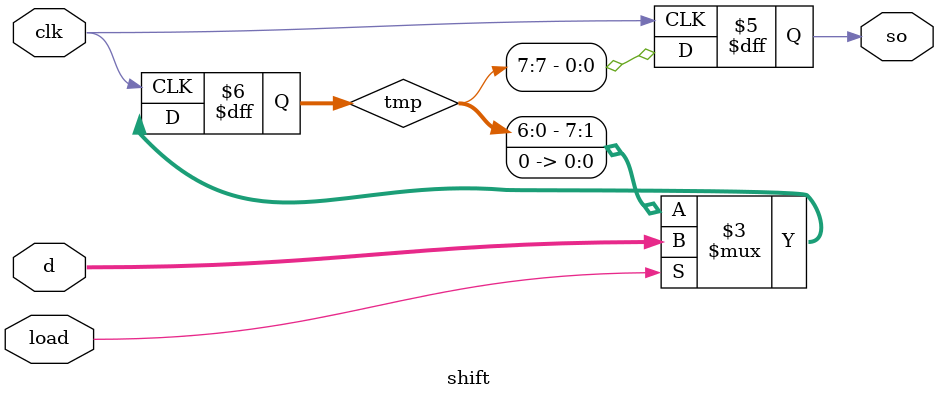
<source format=v>

module SPI(
input			clk,
output	reg		s_clk,
output	reg		ss,
output			MOSI,
input			Data_rdy,
input	[7:0]	d,
output	reg		int
);

reg	[3:0]	count;
reg			load;
reg			ena;

shift U1(
		.d(d),
		.so(MOSI),
		.load(load),
		.clk(clk)
);
parameter	s_idle		= 0,
			s_ss_to_on	= 1,
			s_shifting	= 2,
			s_ss_to_off	= 3;

reg	[1:0]	state;
always@ (posedge clk)
begin
	case(state)
		s_idle:
			begin
				count	= 4'h0;
				if(Data_rdy)
					state = s_ss_to_on;
				else
					state = state;
			end
		s_ss_to_on:
			begin
				count	= 4'h0;
				state = s_shifting;
			end
		s_shifting:
			begin
				if(count[3])
					state = s_ss_to_off;
				else
					state = state;
				count	= count + 1;
			end
		s_ss_to_off:
			begin
				state = s_idle;
				count	= 4'h0;
			end
		default:
			begin
				state = s_idle;
				count	= 4'h0;
			end
	endcase
end

always@ (*)
begin
	case(state)
		s_idle:
			begin
				s_clk	= 1;
				ss		= 1;
				int		= 1;
				load	= 0;
			end
		s_ss_to_on:
			begin
				ss		= 0;
				s_clk	= 1;
				int		= 0;
				load	= 1;
			end
		s_shifting:
			begin
				ss		= 0;
				s_clk	= clk;
				int		= 0;
				load	= 0;
			end
		s_ss_to_off:
			begin
				ss		= 0;
				s_clk	= 1;
				int		= 0;
				load	= 0;
			end
		default:
			begin
				ss		= 1;
				s_clk	= 1;
				int		= 0;
				load	= 0;
			end
	endcase
end
endmodule


module shift(
input		[7:0]	d,
output	reg			so,
input				load,
input				clk
);
reg [7:0]tmp;

always@ (negedge clk)
begin
	so = tmp[7];
	if(load)
		tmp = d;
	else
		tmp = {tmp[6:0], 1'b0};
end
endmodule


</source>
